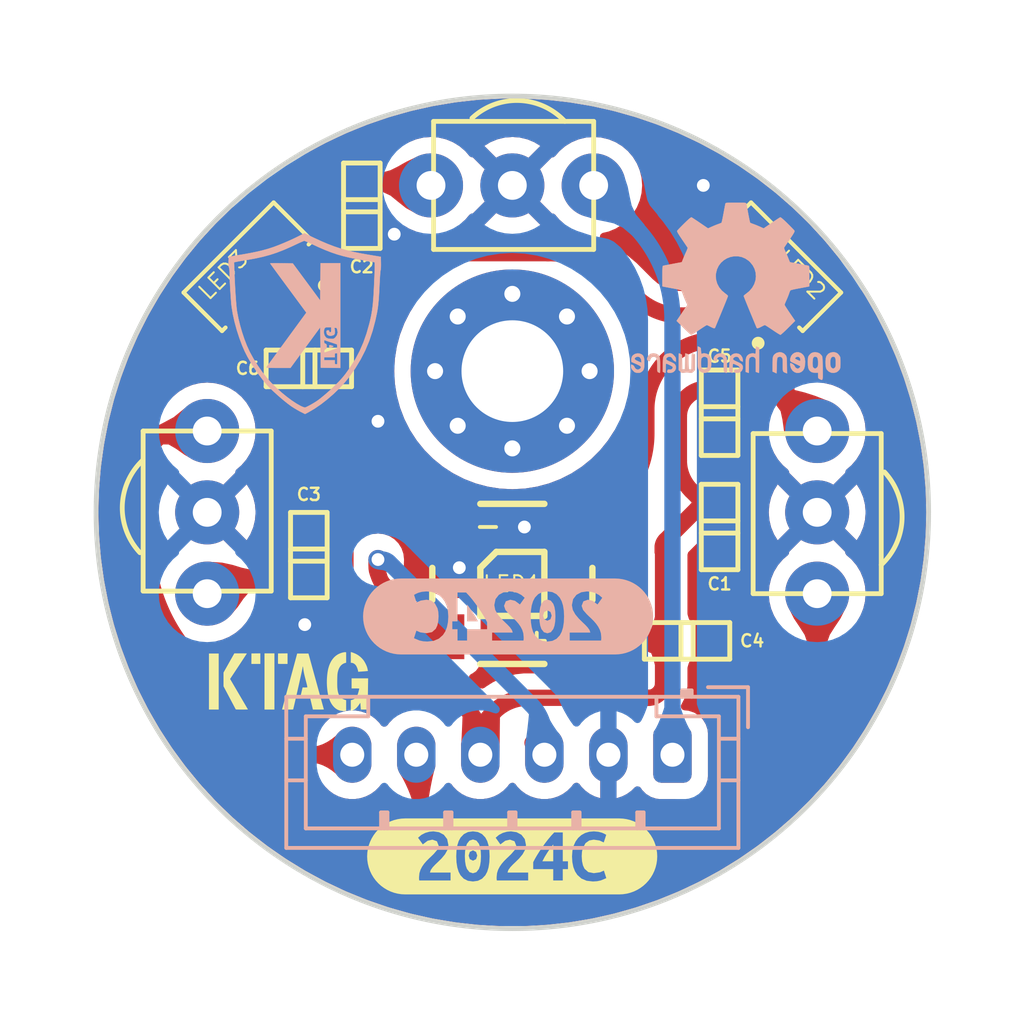
<source format=kicad_pcb>
(kicad_pcb
	(version 20241229)
	(generator "pcbnew")
	(generator_version "9.0")
	(general
		(thickness 1.6)
		(legacy_teardrops no)
	)
	(paper "USLetter")
	(title_block
		(title "KTag 2024C Receiver \"Light Brigade\"")
		(date "2024-09-01")
		(rev "2")
		(company "Club K")
		(comment 1 "Dubuque               Iowa               United States of America")
		(comment 3 "Copyright © 2024 Joseph P. Kearney")
	)
	(layers
		(0 "F.Cu" signal)
		(2 "B.Cu" signal)
		(9 "F.Adhes" user "F.Adhesive")
		(11 "B.Adhes" user "B.Adhesive")
		(13 "F.Paste" user)
		(15 "B.Paste" user)
		(5 "F.SilkS" user "F.Silkscreen")
		(7 "B.SilkS" user "B.Silkscreen")
		(1 "F.Mask" user)
		(3 "B.Mask" user)
		(17 "Dwgs.User" user "User.Drawings")
		(19 "Cmts.User" user "User.Comments")
		(21 "Eco1.User" user "User.Eco1")
		(23 "Eco2.User" user "User.Eco2")
		(25 "Edge.Cuts" user)
		(27 "Margin" user)
		(31 "F.CrtYd" user "F.Courtyard")
		(29 "B.CrtYd" user "B.Courtyard")
		(35 "F.Fab" user)
		(33 "B.Fab" user)
	)
	(setup
		(stackup
			(layer "F.SilkS"
				(type "Top Silk Screen")
			)
			(layer "F.Paste"
				(type "Top Solder Paste")
			)
			(layer "F.Mask"
				(type "Top Solder Mask")
				(thickness 0.01)
			)
			(layer "F.Cu"
				(type "copper")
				(thickness 0.035)
			)
			(layer "dielectric 1"
				(type "core")
				(thickness 1.51)
				(material "FR4")
				(epsilon_r 4.5)
				(loss_tangent 0.02)
			)
			(layer "B.Cu"
				(type "copper")
				(thickness 0.035)
			)
			(layer "B.Mask"
				(type "Bottom Solder Mask")
				(thickness 0.01)
			)
			(layer "B.Paste"
				(type "Bottom Solder Paste")
			)
			(layer "B.SilkS"
				(type "Bottom Silk Screen")
			)
			(copper_finish "None")
			(dielectric_constraints no)
		)
		(pad_to_mask_clearance 0)
		(allow_soldermask_bridges_in_footprints no)
		(tenting front back)
		(pcbplotparams
			(layerselection 0x00000000_00000000_55555555_575555ff)
			(plot_on_all_layers_selection 0x00000000_00000000_00000000_00000000)
			(disableapertmacros no)
			(usegerberextensions no)
			(usegerberattributes no)
			(usegerberadvancedattributes no)
			(creategerberjobfile no)
			(dashed_line_dash_ratio 12.000000)
			(dashed_line_gap_ratio 3.000000)
			(svgprecision 6)
			(plotframeref no)
			(mode 1)
			(useauxorigin no)
			(hpglpennumber 1)
			(hpglpenspeed 20)
			(hpglpendiameter 15.000000)
			(pdf_front_fp_property_popups yes)
			(pdf_back_fp_property_popups yes)
			(pdf_metadata yes)
			(pdf_single_document no)
			(dxfpolygonmode yes)
			(dxfimperialunits yes)
			(dxfusepcbnewfont yes)
			(psnegative no)
			(psa4output no)
			(plot_black_and_white yes)
			(sketchpadsonfab no)
			(plotpadnumbers no)
			(hidednponfab no)
			(sketchdnponfab yes)
			(crossoutdnponfab yes)
			(subtractmaskfromsilk yes)
			(outputformat 1)
			(mirror no)
			(drillshape 0)
			(scaleselection 1)
			(outputdirectory "Gerbers")
		)
	)
	(net 0 "")
	(net 1 "GND")
	(net 2 "+5V")
	(net 3 "IR_Rx_Forward")
	(net 4 "IR_Rx_Right")
	(net 5 "IR_Rx_Left")
	(net 6 "NeoPixel")
	(net 7 "Net-(LED1-DOUT)")
	(net 8 "Net-(LED2-DOUT)")
	(net 9 "unconnected-(LED3-DOUT-Pad3)")
	(footprint "KTag:WS2812B" (layer "F.Cu") (at 131.45 88.645 180))
	(footprint "KTag:KTag_Stencil_Tiny" (layer "F.Cu") (at 124.46 91.694))
	(footprint "KTag:C_0603" (layer "F.Cu") (at 137.922 86.868 -90))
	(footprint "KTag:C_0603" (layer "F.Cu") (at 126.75 76.835 -90))
	(footprint "KTag:C_0603" (layer "F.Cu") (at 125.095 87.745 90))
	(footprint "KTag:C_0603" (layer "F.Cu") (at 136.906 90.424))
	(footprint "KTag:TSOP34438" (layer "F.Cu") (at 121.92 86.41 -90))
	(footprint "KTag:TSOP34438" (layer "F.Cu") (at 140.97 86.41 90))
	(footprint "KTag:TSOP34438" (layer "F.Cu") (at 131.45 76.2 180))
	(footprint "kibuzzard-668B2F17" (layer "F.Cu") (at 131.445 97.155))
	(footprint "KTag:WS2812B-4020" (layer "F.Cu") (at 139.71 78.74 -45))
	(footprint "KTag:WS2812B-4020" (layer "F.Cu") (at 123.19 78.74 45))
	(footprint "KTag:C_0603" (layer "F.Cu") (at 137.922 83.3 -90))
	(footprint "KTag:C_0603" (layer "F.Cu") (at 125.095 81.915 180))
	(footprint "KTag:KTag Logo Front Silk Tiny" (layer "B.Cu") (at 124.968 80.518 180))
	(footprint "KTag:MTG_No4" (layer "B.Cu") (at 131.45 82))
	(footprint "Connector_JST:JST_PH_B6B-PH-K_1x06_P2.00mm_Vertical" (layer "B.Cu") (at 136.45 93.98 180))
	(footprint "kibuzzard-668B2F17" (layer "B.Cu") (at 131.318 89.662 180))
	(footprint "Symbol:OSHW-Logo2_7.3x6mm_SilkScreen" (layer "B.Cu") (at 138.43 79.5 180))
	(gr_circle
		(center 131.45 86.41)
		(end 144.45 86.41)
		(stroke
			(width 0.15)
			(type solid)
		)
		(fill no)
		(layer "Edge.Cuts")
		(uuid "00000000-0000-0000-0000-00005f88c1bd")
	)
	(segment
		(start 137.668 76.2)
		(end 137.414 76.2)
		(width 0.508)
		(layer "F.Cu")
		(net 1)
		(uuid "5900ad84-6a82-4a3c-9aba-7ac8f6ea9b26")
	)
	(segment
		(start 124.268322 81.621444)
		(end 122.88948 80.242602)
		(width 0.508)
		(layer "F.Cu")
		(net 1)
		(uuid "7a5ce125-b4b2-4da7-8d84-6c9087465a75")
	)
	(segment
		(start 138.763741 77.041741)
		(end 138.101605 76.379605)
		(width 0.508)
		(layer "F.Cu")
		(net 1)
		(uuid "9516b4ae-b5ab-421c-afae-9600ab3bfa98")
	)
	(segment
		(start 138.763741 77.883136)
		(end 138.207398 78.43948)
		(width 0.508)
		(layer "F.Cu")
		(net 1)
		(uuid "b871d0be-4dde-4108-afb4-26d2b7df89cf")
	)
	(segment
		(start 124.345 81.806561)
		(end 124.345 81.915)
		(width 0.508)
		(layer "F.Cu")
		(net 1)
		(uuid "c28908ea-6c6d-489a-9f7e-51006a1de048")
	)
	(via
		(at 127.254 83.566)
		(size 0.6)
		(drill 0.4)
		(layers "F.Cu" "B.Cu")
		(free yes)
		(teardrops
			(best_length_ratio 0.5)
			(max_length 1)
			(best_width_ratio 1)
			(max_width 2)
			(curved_edges yes)
			(filter_ratio 0.9)
			(enabled yes)
			(allow_two_segments yes)
			(prefer_zone_connections yes)
		)
		(net 1)
		(uuid "030a0e16-5ae3-4126-945c-6f90384c27b9")
	)
	(via
		(at 137.414 76.2)
		(size 0.6)
		(drill 0.4)
		(layers "F.Cu" "B.Cu")
		(teardrops
			(best_length_ratio 0.5)
			(max_length 1)
			(best_width_ratio 1)
			(max_width 2)
			(curved_edges yes)
			(filter_ratio 0.9)
			(enabled yes)
			(allow_two_segments yes)
			(prefer_zone_connections yes)
		)
		(net 1)
		(uuid "15198202-ade2-4058-b8e1-6c35b1b214f2")
	)
	(via
		(at 127.762 77.724)
		(size 0.6)
		(drill 0.4)
		(layers "F.Cu" "B.Cu")
		(free yes)
		(teardrops
			(best_length_ratio 0.5)
			(max_length 1)
			(best_width_ratio 1)
			(max_width 2)
			(curved_edges yes)
			(filter_ratio 0.9)
			(enabled yes)
			(allow_two_segments yes)
			(prefer_zone_connections yes)
		)
		(net 1)
		(uuid "3230dbfb-2028-48fd-8c95-7d17ba620ef3")
	)
	(via
		(at 131.826 86.868)
		(size 0.6)
		(drill 0.4)
		(layers "F.Cu" "B.Cu")
		(free yes)
		(teardrops
			(best_length_ratio 0.5)
			(max_length 1)
			(best_width_ratio 1)
			(max_width 2)
			(curved_edges yes)
			(filter_ratio 0.9)
			(enabled yes)
			(allow_two_segments yes)
			(prefer_zone_connections yes)
		)
		(net 1)
		(uuid "4e984444-46be-447c-ad72-dbff318c2b0a")
	)
	(via
		(at 129.794 88.138)
		(size 0.6)
		(drill 0.4)
		(layers "F.Cu" "B.Cu")
		(free yes)
		(teardrops
			(best_length_ratio 0.5)
			(max_length 1)
			(best_width_ratio 1)
			(max_width 2)
			(curved_edges yes)
			(filter_ratio 0.9)
			(enabled yes)
			(allow_two_segments yes)
			(prefer_zone_connections yes)
		)
		(net 1)
		(uuid "8b1f111c-3d7b-43d1-9072-be17a6c73d4d")
	)
	(via
		(at 124.968 89.916)
		(size 0.6)
		(drill 0.4)
		(layers "F.Cu" "B.Cu")
		(free yes)
		(teardrops
			(best_length_ratio 0.5)
			(max_length 1)
			(best_width_ratio 1)
			(max_width 2)
			(curved_edges yes)
			(filter_ratio 0.9)
			(enabled yes)
			(allow_two_segments yes)
			(prefer_zone_connections yes)
		)
		(net 1)
		(uuid "a0ab8068-dfbc-4b9d-b217-3b829dc64991")
	)
	(arc
		(start 138.101605 76.379605)
		(mid 137.902665 76.246677)
		(end 137.668 76.2)
		(width 0.508)
		(layer "F.Cu")
		(net 1)
		(uuid "5003547f-2e10-4f81-96d3-9909e2f71fe8")
	)
	(arc
		(start 138.763741 77.041741)
		(mid 138.892711 77.234758)
		(end 138.938 77.462439)
		(width 0.508)
		(layer "F.Cu")
		(net 1)
		(uuid "52966479-d1b1-45e3-b13f-4d68684f3b1f")
	)
	(arc
		(start 124.268322 81.621444)
		(mid 124.325072 81.706376)
		(end 124.345 81.806561)
		(width 0.508)
		(layer "F.Cu")
		(net 1)
		(uuid "b86a0ebb-65b0-42e1-a4b5-cbdd8832b40a")
	)
	(arc
		(start 138.938 77.462439)
		(mid 138.892711 77.690118)
		(end 138.763741 77.883136)
		(width 0.508)
		(layer "F.Cu")
		(net 1)
		(uuid "c31fd7df-181e-4a4a-b991-5389b4803a5e")
	)
	(segment
		(start 124.415341 79.3643)
		(end 125.448652 80.397611)
		(width 0.508)
		(layer "F.Cu")
		(net 2)
		(uuid "0ed082e4-f546-42cf-8a9e-9d8e2c07b230")
	)
	(segment
		(start 122.696733 88.495)
		(end 125.095 88.495)
		(width 0.508)
		(layer "F.Cu")
		(net 2)
		(uuid "1408df1e-8c79-4865-be8b-900cf745c1d3")
	)
	(segment
		(start 137.51921 82.55)
		(end 137.922 82.55)
		(width 0.508)
		(layer "F.Cu")
		(net 2)
		(uuid "1ca30c6a-b88f-40fe-907a-96a2628e35f9")
	)
	(segment
		(start 137.662 86.118)
		(end 137.922 86.118)
		(width 0.508)
		(layer "F.Cu")
		(net 2)
		(uuid "1de92f05-b263-4fd5-b291-cfff2a658360")
	)
	(segment
		(start 139.824063 79.226977)
		(end 139.40948 79.641561)
		(width 0.508)
		(layer "F.Cu")
		(net 2)
		(uuid "2658b268-8bb8-4260-b0fa-e8283b93e67e")
	)
	(segment
		(start 123.444 77.931479)
		(end 123.444 77.935064)
		(width 0.508)
		(layer "F.Cu")
		(net 2)
		(uuid "2b529fc2-d4ec-457b-b68f-0118a3b4cf1c")
	)
	(segment
		(start 125.845 84.673107)
		(end 125.845 81.915)
		(width 0.508)
		(layer "F.Cu")
		(net 2)
		(uuid "2e7fb1cf-12f9-4f94-b268-562307487b7b")
	)
	(segment
		(start 140.948977 79.226977)
		(end 141.136467 79.414467)
		(width 0.508)
		(layer "F.Cu")
		(net 2)
		(uuid "34257a43-50b5-49fc-958b-bb697bec65ee")
	)
	(segment
		(start 126.238 88.539226)
		(end 126.238 85.621892)
		(width 0.508)
		(layer "F.Cu")
		(net 2)
		(uuid "351a8f82-5a6a-44e5-b8e2-d12d10e93446")
	)
	(segment
		(start 126.9365 91.3765)
		(end 126.96148 91.40148)
		(width 0.508)
		(layer "F.Cu")
		(net 2)
		(uuid "397cd789-45d5-46b1-a5bf-b42af1f645a9")
	)
	(segment
		(start 130.45 93.525)
		(end 130.45 93.4825)
		(width 0.508)
		(layer "F.Cu")
		(net 2)
		(uuid "3a7c52bc-7c51-4d42-91ab-d8d861dc1ef2")
	)
	(segment
		(start 128.5875 92.075)
		(end 128.896532 92.075)
		(width 0.508)
		(layer "F.Cu")
		(net 2)
		(uuid "3b373d08-ac9e-4bf4-a57b-b7d07bc277a1")
	)
	(segment
		(start 126.238 89.690171)
		(end 126.238 88.752773)
		(width 0.508)
		(layer "F.Cu")
		(net 2)
		(uuid "4478e051-1fe7-48e4-8c16-e7ea3e1d55e0")
	)
	(segment
		(start 137.922 82.55)
		(end 138.786 82.55)
		(width 0.508)
		(layer "F.Cu")
		(net 2)
		(uuid "491614da-de0c-4dd3-985c-a3e090f5fba4")
	)
	(segment
		(start 122.1475 88.7225)
		(end 121.92 88.95)
		(width 0.508)
		(layer "F.Cu")
		(net 2)
		(uuid "536409b0-bc0c-4cd5-9b04-a5a156cd3000")
	)
	(segment
		(start 140.26094 83.16094)
		(end 140.97 83.87)
		(width 0.508)
		(layer "F.Cu")
		(net 2)
		(uuid "5778669d-3bbf-48b9-9561-d9ef254b309e")
	)
	(segment
		(start 136.156 90.424)
		(end 136.156 91.747909)
		(width 0.508)
		(layer "F.Cu")
		(net 2)
		(uuid "58547bae-f02d-46f8-a426-5cd54f121921")
	)
	(segment
		(start 136.156 90.424)
		(end 134.070216 90.424)
		(width 0.508)
		(layer "F.Cu")
		(net 2)
		(uuid "628e4d78-6615-48b8-9850-f45c747051fb")
	)
	(segment
		(start 133.9145 90.3595)
		(end 133.85 90.295)
		(width 0.508)
		(layer "F.Cu")
		(net 2)
		(uuid "6fc8ed21-6973-48bb-9c17-e912bf692054")
	)
	(segment
		(start 137.674 86.118)
		(end 137.922 86.118)
		(width 0.508)
		(layer "F.Cu")
		(net 2)
		(uuid "74e78dfc-71b0-43bd-82f8-78d192b09887")
	)
	(segment
		(start 125.095 88.495)
		(end 125.980226 88.495)
		(width 0.508)
		(layer "F.Cu")
		(net 2)
		(uuid "7f949d36-17ed-4848-8af0-1eb4012d76ef")
	)
	(segment
		(start 126.238 88.539226)
		(end 126.238 88.752773)
		(width 0.508)
		(layer "F.Cu")
		(net 2)
		(uuid "9467ac86-c2b6-4a65-bad1-01081f22f10e")
	)
	(segment
		(start 123.76778 78.716739)
		(end 124.415341 79.3643)
		(width 0.508)
		(layer "F.Cu")
		(net 2)
		(uuid "9ef60a57-e14e-4ee6-b22a-a2afb0f22ea2")
	)
	(segment
		(start 136.652 84.796699)
		(end 136.652 83.41721)
		(width 0.508)
		(layer "F.Cu")
		(net 2)
		(uuid "afd450cc-30f9-4fee-a8a2-231763234591")
	)
	(segment
		(start 123.770315 77.143684)
		(end 124.149823 76.764176)
		(width 0.508)
		(layer "F.Cu")
		(net 2)
		(uuid "b2b61fb2-be3a-4bc1-8af1-c0bffa5e717f")
	)
	(segment
		(start 125.845 81.354479)
		(end 125.845 81.915)
		(width 0.508)
		(layer "F.Cu")
		(net 2)
		(uuid "b390bc3b-4ae4-482c-b45f-5da3bd994727")
	)
	(segment
		(start 130.098214 92.633214)
		(end 129.995 92.53)
		(width 0.508)
		(layer "F.Cu")
		(net 2)
		(uuid "b5c1eded-c789-4c43-9737-98ca46d9c8ce")
	)
	(segment
		(start 141.136467 81.063532)
		(end 140.26094 81.939059)
		(width 0.508)
		(layer "F.Cu")
		(net 2)
		(uuid "b66356e1-1f8f-441f-be4c-15f3f1c3f206")
	)
	(segment
		(start 136.144 87.621514)
		(end 136.144 87.503)
		(width 0.508)
		(layer "F.Cu")
		(net 2)
		(uuid "b97f4356-2a49-4418-bf67-3b27427c5811")
	)
	(segment
		(start 137.218152 86.301847)
		(end 136.233802 87.286197)
		(width 0.508)
		(layer "F.Cu")
		(net 2)
		(uuid "c08518b0-37e4-4a1e-86b3-33c80662996d")
	)
	(segment
		(start 136.156 90.424)
		(end 136.156 87.650485)
		(width 0.508)
		(layer "F.Cu")
		(net 2)
		(uuid "c3e2b8c4-4f63-435d-848f-ebbaab578399")
	)
	(segment
		(start 130.771733 92.748266)
		(end 130.884 92.636)
		(width 0.508)
		(layer "F.Cu")
		(net 2)
		(uuid "cdc215b0-02b5-4b5b-929b-60130c6c3dc1")
	)
	(segment
		(start 128.8525 76.1425)
		(end 128.91 76.2)
		(width 0.508)
		(layer "F.Cu")
		(net 2)
		(uuid "df3a0609-069f-4340-bb58-252790713058")
	)
	(segment
		(start 137.250637 85.942637)
		(end 137.039 85.731)
		(width 0.508)
		(layer "F.Cu")
		(net 2)
		(uuid "eae83ea8-9e1d-4c07-9631-0327e10d33c7")
	)
	(segment
		(start 126.75 76.085)
		(end 125.7895 76.085)
		(width 0.508)
		(layer "F.Cu")
		(net 2)
		(uuid "eb8f3e96-cfba-4f81-ba23-e26a0bc013a5")
	)
	(segment
		(start 128.713682 76.085)
		(end 126.75 76.085)
		(width 0.508)
		(layer "F.Cu")
		(net 2)
		(uuid "f187850b-629f-4215-8a13-0157502e419f")
	)
	(segment
		(start 135.701909 92.202)
		(end 131.931768 92.202)
		(width 0.508)
		(layer "F.Cu")
		(net 2)
		(uuid "f2743b00-991b-4874-bf28-2f97b33d9f7b")
	)
	(arc
		(start 125.7895 76.085)
		(mid 124.902113 76.261512)
		(end 124.149823 76.764176)
		(width 0.508)
		(layer "F.Cu")
		(net 2)
		(uuid "0124ad78-189f-4e9b-b35c-ffaed1e108d6")
	)
	(arc
		(start 130.771733 92.748266)
		(mid 130.533615 93.104634)
		(end 130.45 93.525)
		(width 0.508)
		(layer "F.Cu")
		(net 2)
		(uuid "09947146-e9f2-4509-9f51-f4c05a789b12")
	)
	(arc
		(start 136.652 84.796699)
		(mid 136.752578 85.302339)
		(end 137.039 85.731)
		(width 0.508)
		(layer "F.Cu")
		(net 2)
		(uuid "105914d0-625e-4320-9135-c5adfabb3fef")
	)
	(arc
		(start 126.96148 91.40148)
		(mid 127.707504 91.899957)
		(end 128.5875 92.075)
		(width 0.508)
		(layer "F.Cu")
		(net 2)
		(uuid "123a7cc0-91f1-4d72-993d-399413826eee")
	)
	(arc
		(start 136.233802 87.286197)
		(mid 136.167338 87.385667)
		(end 136.144 87.503)
		(width 0.508)
		(layer "F.Cu")
		(net 2)
		(uuid "1e398fd0-793d-4407-8be1-5fd505785e18")
	)
	(arc
		(start 126.1625 88.5705)
		(mid 126.078872 88.514621)
		(end 125.980226 88.495)
		(width 0.508)
		(layer "F.Cu")
		(net 2)
		(uuid "1faf413d-34f9-4bb4-912a-536a25502da9")
	)
	(arc
		(start 138.786 82.55)
		(mid 139.584231 82.391221)
		(end 140.26094 81.939059)
		(width 0.508)
		(layer "F.Cu")
		(net 2)
		(uuid "22d2d676-1134-46b4-b812-d47c85d51082")
	)
	(arc
		(start 141.136467 79.414467)
		(mid 141.389238 79.792766)
		(end 141.478 80.239)
		(width 0.508)
		(layer "F.Cu")
		(net 2)
		(uuid "272fb96e-33ec-4884-92b7-c03e86108adc")
	)
	(arc
		(start 136.906 82.804)
		(mid 136.718012 83.085343)
		(end 136.652 83.41721)
		(width 0.508)
		(layer "F.Cu")
		(net 2)
		(uuid "2be772f0-3245-4dc7-a9b2-062cf3a3ef81")
	)
	(arc
		(start 123.444 77.935064)
		(mid 123.528147 78.358103)
		(end 123.76778 78.716739)
		(width 0.508)
		(layer "F.Cu")
		(net 2)
		(uuid "2d21f020-c6e4-4f25-837d-690b22d6d06a")
	)
	(arc
		(start 130.45 93.525)
		(mid 130.45 93.525)
		(end 130.45 93.525)
		(width 0.508)
		(layer "F.Cu")
		(net 2)
		(uuid "3187188d-389f-4211-8a30-ba2bf489088e")
	)
	(arc
		(start 128.8525 76.1425)
		(mid 128.788809 76.099943)
		(end 128.713682 76.085)
		(width 0.508)
		(layer "F.Cu")
		(net 2)
		(uuid "35b68570-ab81-49e1-84ff-0bc010ea71e5")
	)
	(arc
		(start 136.15 87.636)
		(mid 136.15444 87.642645)
		(end 136.156 87.650485)
		(width 0.508)
		(layer "F.Cu")
		(net 2)
		(uuid "3c159ca9-6149-46a3-8899-487c447e5963")
	)
	(arc
		(start 123.770315 77.143684)
		(mid 123.528806 77.505127)
		(end 123.444 77.931479)
		(width 0.508)
		(layer "F.Cu")
		(net 2)
		(uuid "452f3b9b-aaf4-4429-bce1-3163135bb109")
	)
	(arc
		(start 141.478 80.239)
		(mid 141.389238 80.685233)
		(end 141.136467 81.063532)
		(width 0.508)
		(layer "F.Cu")
		(net 2)
		(uuid "487ea30f-9fad-446a-a813-c97fe9048331")
	)
	(arc
		(start 131.931768 92.202)
		(mid 131.36472 92.314792)
		(end 130.884 92.636)
		(width 0.508)
		(layer "F.Cu")
		(net 2)
		(uuid "4cede8d7-34d3-4a7e-b4e2-2df22fe2700a")
	)
	(arc
		(start 122.696733 88.495)
		(mid 122.39949 88.554125)
		(end 122.1475 88.7225)
		(width 0.508)
		(layer "F.Cu")
		(net 2)
		(uuid "4f06615c-c84a-4d8d-aa82-d209452c51ec")
	)
	(arc
		(start 140.26094 81.939059)
		(mid 140.00788 82.549999)
		(end 140.26094 83.16094)
		(width 0.508)
		(layer "F.Cu")
		(net 2)
		(uuid "55a1399d-9422-43d2-a84e-f9d5945c583b")
	)
	(arc
		(start 136.156 91.747909)
		(mid 136.121434 91.921682)
		(end 136.023 92.069)
		(width 0.508)
		(layer "F.Cu")
		(net 2)
		(uuid "5ac7758d-8354-44f1-8e75-96e85fff4474")
	)
	(arc
		(start 133.9145 90.3595)
		(mid 133.985943 90.407236)
		(end 134.070216 90.424)
		(width 0.508)
		(layer "F.Cu")
		(net 2)
		(uuid "6748deb0-d8ab-41be-9940-bcc6f6f4460d")
	)
	(arc
		(start 140.26094 83.16094)
		(mid 139.584231 82.708778)
		(end 138.786 82.55)
		(width 0.508)
		(layer "F.Cu")
		(net 2)
		(uuid "7dbff92c-1610-4d31-b6d2-aad3b23c947d")
	)
	(arc
		(start 140.948977 79.226977)
		(mid 140.690919 79.054548)
		(end 140.38652 78.994)
		(width 0.508)
		(layer "F.Cu")
		(net 2)
		(uuid "82bc5aa0-5523-4363-a4f5-711a214ddf3c")
	)
	(arc
		(start 126.238 88.752773)
		(mid 126.218378 88.654127)
		(end 126.1625 88.5705)
		(width 0.508)
		(layer "F.Cu")
		(net 2)
		(uuid "890c4e62-4081-4add-937a-40d6e1f1bcd9")
	)
	(arc
		(start 137.662 86.118)
		(mid 137.421791 86.16578)
		(end 137.218152 86.301847)
		(width 0.508)
		(layer "F.Cu")
		(net 2)
		(uuid "93c3a167-6734-4daa-ba50-489f2c09ce36")
	)
	(arc
		(start 130.098214 92.633214)
		(mid 130.358573 93.022869)
		(end 130.45 93.4825)
		(width 0.508)
		(layer "F.Cu")
		(net 2)
		(uuid "94169876-bfd0-4267-9154-8ca12182386b")
	)
	(arc
		(start 126.238 89.690171)
		(mid 126.419534 90.602805)
		(end 126.9365 91.3765)
		(width 0.508)
		(layer "F.Cu")
		(net 2)
		(uuid "adb2deb0-3942-46e1-998e-e83fc1410671")
	)
	(arc
		(start 136.144 87.621514)
		(mid 136.145559 87.629353)
		(end 136.15 87.636)
		(width 0.508)
		(layer "F.Cu")
		(net 2)
		(uuid "b56ac978-d0e5-4fa0-a0b5-1c35a34ab100")
	)
	(arc
		(start 125.845 84.673107)
		(mid 125.896068 84.929846)
		(end 126.0415 85.1475)
		(width 0.508)
		(layer "F.Cu")
		(net 2)
		(uuid "b758810b-6a5b-4402-b0d7-6cf415db2cbd")
	)
	(arc
		(start 129.995 92.53)
		(mid 129.491018 92.19325)
		(end 128.896532 92.075)
		(width 0.508)
		(layer "F.Cu")
		(net 2)
		(uuid "b97dbb56-5750-49de-9d60-2e397aedd8f7")
	)
	(arc
		(start 126.0415 85.1475)
		(mid 126.186931 85.365153)
		(end 126.238 85.621892)
		(width 0.508)
		(layer "F.Cu")
		(net 2)
		(uuid "c7282678-175d-46b5-a147-7813b8a01e83")
	)
	(arc
		(start 140.38652 78.994)
		(mid 140.08212 79.054548)
		(end 139.824063 79.226977)
		(width 0.508)
		(layer "F.Cu")
		(net 2)
		(uuid "c7f8690b-46a1-4fd8-aa1b-27f54f19ab29")
	)
	(arc
		(start 126.1625 88.5705)
		(mid 126.210698 88.580086)
		(end 126.238 88.539226)
		(width 0.508)
		(layer "F.Cu")
		(net 2)
		(uuid "d1be4a09-b025-47b7-9486-af76ecfbf4e5")
	)
	(arc
		(start 137.51921 82.55)
		(mid 137.187343 82.616012)
		(end 136.906 82.804)
		(width 0.508)
		(layer "F.Cu")
		(net 2)
		(uuid "d50498b9-4f46-4d28-8c83-7e33f01a80b8")
	)
	(arc
		(start 125.448652 80.397611)
		(mid 125.741992 80.836625)
		(end 125.845 81.354479)
		(width 0.508)
		(layer "F.Cu")
		(net 2)
		(uuid "ec518eb6-dc7c-4f18-aad5-e45df4e78157")
	)
	(arc
		(start 136.023 92.069)
		(mid 135.875682 92.167434)
		(end 135.701909 92.202)
		(width 0.508)
		(layer "F.Cu")
		(net 2)
		(uuid "f9ac2d03-7194-4bae-907a-bc36d4d24898")
	)
	(arc
		(start 137.250637 85.942637)
		(mid 137.444877 86.072424)
		(end 137.674 86.118)
		(width 0.508)
		(layer "F.Cu")
		(net 2)
		(uuid "fb399278-b83f-486b-ac2b-82c3e937dae4")
	)
	(segment
		(start 135.22 77.43)
		(end 133.99 76.2)
		(width 0.508)
		(layer "B.Cu")
		(net 3)
		(uuid "4c3a7e60-e50d-4b2d-b6de-6b565b2bc577")
	)
	(segment
		(start 136.45 80.399482)
		(end 136.45 93.98)
		(width 0.508)
		(layer "B.Cu")
		(net 3)
		(uuid "650cb265-3b64-4274-bf83-51a55dbd8448")
	)
	(arc
		(start 135.22 77.43)
		(mid 136.130333 78.79241)
		(end 136.45 80.399482)
		(width 0.508)
		(layer "B.Cu")
		(net 3)
		(uuid "85b04d50-92c4-4b90-b159-87d68bcc27ba")
	)
	(segment
		(start 139.261792 94.926206)
		(end 139.461034 94.726965)
		(width 0.508)
		(layer "F.Cu")
		(net 4)
		(uuid "27ab7608-9d32-4d8d-af03-e40124190e58")
	)
	(segment
		(start 128.962652 95.942652)
		(end 128.995 95.975)
		(width 0.508)
		(layer "F.Cu")
		(net 4)
		(uuid "5476b146-2116-40ad-b1ea-d6650f095856")
	)
	(segment
		(start 128.45 94.705)
		(end 128.45 93.98)
		(width 0.508)
		(layer "F.Cu")
		(net 4)
		(uuid "86ff02ba-9ef7-4475-aaf1-1264d902f183")
	)
	(segment
		(start 140.97 91.084)
		(end 140.97 88.95)
		(width 0.508)
		(layer "F.Cu")
		(net 4)
		(uuid "c4e38faf-46d6-48bc-8ba8-9083533a701a")
	)
	(segment
		(start 135.414036 96.52)
		(end 130.310746 96.52)
		(width 0.508)
		(layer "F.Cu")
		(net 4)
		(uuid "f6279a90-969c-4cdb-8e1d-b52ab6545c5e")
	)
	(arc
		(start 139.261792 94.926206)
		(mid 137.496426 96.105786)
		(end 135.414036 96.52)
		(width 0.508)
		(layer "F.Cu")
		(net 4)
		(uuid "259597eb-2186-40de-8325-13354376399a")
	)
	(arc
		(start 140.97 91.084)
		(mid 140.577832 93.055558)
		(end 139.461034 94.726965)
		(width 0.508)
		(layer "F.Cu")
		(net 4)
		(uuid "42cc1c5f-b70b-43c8-a7dc-cbcca0e7ca36")
	)
	(arc
		(start 128.995 95.975)
		(mid 129.598669 96.378359)
		(end 130.310746 96.52)
		(width 0.508)
		(layer "F.Cu")
		(net 4)
		(uuid "54e09cff-c226-4f4a-9776-43ea80018e43")
	)
	(arc
		(start 128.45 94.705)
		(mid 128.583233 95.374812)
		(end 128.962652 95.942652)
		(width 0.508)
		(layer "F.Cu")
		(net 4)
		(uuid "682f9ed3-9549-4e56-8e5e-f34bf5be01cc")
	)
	(segment
		(start 120.015 87.281036)
		(end 120.015 84.868657)
		(width 0.508)
		(layer "F.Cu")
		(net 5)
		(uuid "2f7ae770-7b84-4c13-89a5-b7bae8e11bb7")
	)
	(segment
		(start 125.455 93.98)
		(end 126.45 93.98)
		(width 0.508)
		(layer "F.Cu")
		(net 5)
		(uuid "645bdcc2-0ae0-4aa5-b305-0e75af012ad2")
	)
	(segment
		(start 123.756428 93.276428)
		(end 121.608792 91.128792)
		(width 0.508)
		(layer "F.Cu")
		(net 5)
		(uuid "6bd25ad9-ecdd-4987-be32-074e34e67a38")
	)
	(segment
		(start 121.013657 83.87)
		(end 121.92 83.87)
		(width 0.508)
		(layer "F.Cu")
		(net 5)
		(uuid "b7e5cc0d-0ab1-465e-bd1c-c28049321922")
	)
	(arc
		(start 120.015 87.281036)
		(mid 120.429213 89.363426)
		(end 121.608792 91.128792)
		(width 0.508)
		(layer "F.Cu")
		(net 5)
		(uuid "0cbd0049-181a-4558-afb9-0fef467be586")
	)
	(arc
		(start 123.756428 93.276428)
		(mid 124.535739 93.797147)
		(end 125.455 93.98)
		(width 0.508)
		(layer "F.Cu")
		(net 5)
		(uuid "66ede3aa-fa29-4a10-a7eb-189923f454bc")
	)
	(arc
		(start 120.3075 84.1625)
		(mid 120.091018 84.486487)
		(end 120.015 84.868657)
		(width 0.508)
		(layer "F.Cu")
		(net 5)
		(uuid "6be9f3e8-b1ae-44f5-8770-8b785e6c8f5b")
	)
	(arc
		(start 121.013657 83.87)
		(mid 120.631487 83.946018)
		(end 120.3075 84.1625)
		(width 0.508)
		(layer "F.Cu")
		(net 5)
		(uuid "bc911c20-ff63-4f41-95b9-d29b594e7277")
	)
	(segment
		(start 132.08 93.61)
		(end 132.45 93.98)
		(width 0.508)
		(layer "F.Cu")
		(net 6)
		(uuid "828f98b3-2b5f-41af-bd86-04b64855c37e")
	)
	(segment
		(start 128.9855 90.3595)
		(end 128.921 90.424)
		(width 0.508)
		(layer "F.Cu")
		(net 6)
		(uuid "bf14ba50-2b56-4811-90fb-5a0b76da4d62")
	)
	(segment
		(start 127.471435 88.716435)
		(end 128.9855 90.2305)
		(width 0.508)
		(layer "F.Cu")
		(net 6)
		(uuid "d340ff57-3cce-4b62-857d-0967140d0c45")
	)
	(segment
		(start 127.254 87.884)
		(end 127.254 88.1915)
		(width 0.508)
		(layer "F.Cu")
		(net 6)
		(uuid "fd1ff787-96a6-4e4c-b86f-1b58000feb72")
	)
	(via
		(at 127.254 87.884)
		(size 0.6)
		(drill 0.4)
		(layers "F.Cu" "B.Cu")
		(teardrops
			(best_length_ratio 0.5)
			(max_length 1)
			(best_width_ratio 1)
			(max_width 2)
			(curved_edges yes)
			(filter_ratio 0.9)
			(enabled yes)
			(allow_two_segments yes)
			(prefer_zone_connections yes)
		)
		(net 6)
		(uuid "956de474-1575-4b8f-b206-5a0955c5878c")
	)
	(arc
		(start 128.9855 90.2305)
		(mid 129.012216 90.295)
		(end 128.9855 90.3595)
		(width 0.508)
		(layer "F.Cu")
		(net 6)
		(uuid "18479bd3-1431-4fd4-8e34-4f35c7cac3d0")
	)
	(arc
		(start 127.254 88.1915)
		(mid 127.310509 88.475592)
		(end 127.471435 88.716435)
		(width 0.508)
		(layer "F.Cu")
		(net 6)
		(uuid "602cd88f-676b-4293-a58b-21eb532ab47f")
	)
	(segment
		(start 132.45 93.403)
		(end 132.45 93.98)
		(width 0.508)
		(layer "B.Cu")
		(net 6)
		(uuid "8a19ddaa-7f68-422c-b087-a60d1ccf8588")
	)
	(segment
		(start 127.254 87.884)
		(end 127.381 87.884)
		(width 0.508)
		(layer "B.Cu")
		(net 6)
		(uuid "9191f9f1-b838-431f-8a13-94bd7bd73871")
	)
	(segment
		(start 132.041999 92.417999)
		(end 127.597802 87.973802)
		(width 0.508)
		(layer "B.Cu")
		(net 6)
		(uuid "d98f20b9-9977-4630-98c6-ff66a92130fb")
	)
	(arc
		(start 127.597802 87.973802)
		(mid 127.498332 87.907338)
		(end 127.381 87.884)
		(width 0.508)
		(layer "B.Cu")
		(net 6)
		(uuid "16a3d146-ffc2-4dd5-858b-3d81bcaf8fc9")
	)
	(arc
		(start 132.041999 92.417999)
		(mid 132.343963 92.869921)
		(end 132.45 93.403)
		(width 0.508)
		(layer "B.Cu")
		(net 6)
		(uuid "fd75ab4f-f58c-486f-8f23-dbd0af4cb733")
	)
	(segment
		(start 134.743 86.102)
		(end 133.85 86.995)
		(width 0.508)
		(layer "F.Cu")
		(net 7)
		(uuid "4367c826-b9c8-4f62-9bd5-06c7ef15dc26")

... [133938 chars truncated]
</source>
